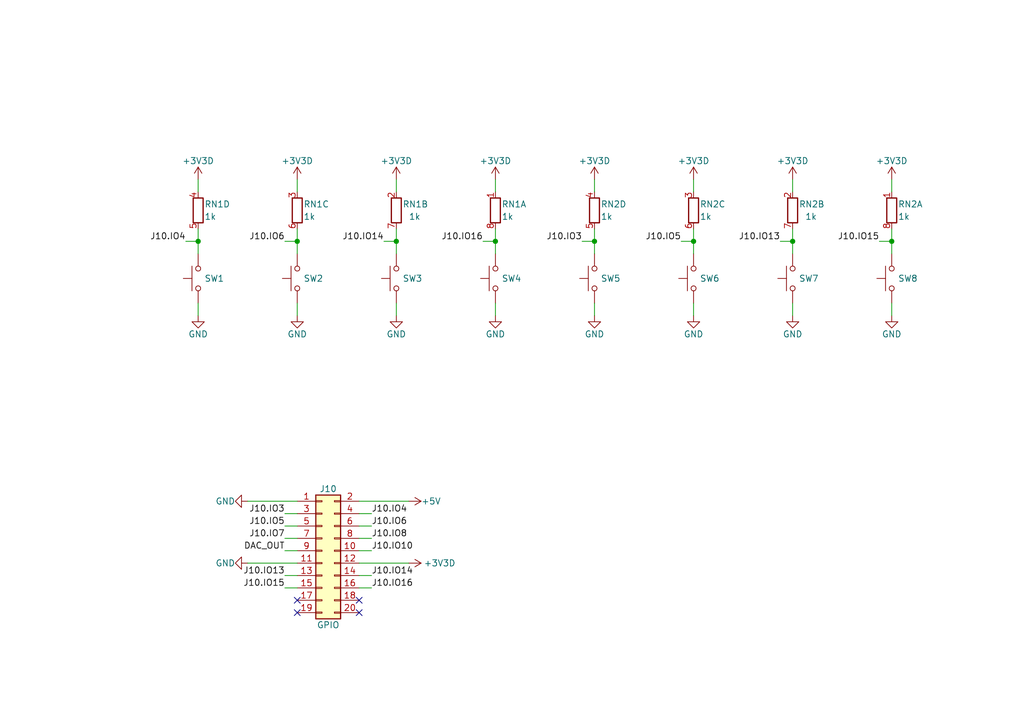
<source format=kicad_sch>
(kicad_sch (version 20231120) (generator "eeschema") (generator_version "8.0")
  (paper "A5")
  (title_block (title "Button Board") (date "2024-05-15") (rev "x") (comment 2 "CERN-OHL-W-2.0") (comment 3 "xxxxxxxx") (comment 4 "Filip Piórski"))
  (lib_symbols
    (symbol "Connector_Generic:Conn_02x10_Odd_Even" (pin_names (offset 1.016) hide)
      (property "Reference" "J" (at 1.27 12.7 0))
      (property "Value" "Conn_02x10_Odd_Even" (at 1.27 -15.24 0))
      (symbol "Conn_02x10_Odd_Even_1_1"
        (rectangle (start -1.27 -12.573) (end 0 -12.827) (stroke (width 0.1524)))
        (rectangle (start -1.27 -10.033) (end 0 -10.287) (stroke (width 0.1524)))
        (rectangle (start -1.27 -7.493) (end 0 -7.747) (stroke (width 0.1524)))
        (rectangle (start -1.27 -4.953) (end 0 -5.207) (stroke (width 0.1524)))
        (rectangle (start -1.27 -2.413) (end 0 -2.667) (stroke (width 0.1524)))
        (rectangle (start -1.27 0.127) (end 0 -0.127) (stroke (width 0.1524)))
        (rectangle (start -1.27 2.667) (end 0 2.413) (stroke (width 0.1524)))
        (rectangle (start -1.27 5.207) (end 0 4.953) (stroke (width 0.1524)))
        (rectangle (start -1.27 7.747) (end 0 7.493) (stroke (width 0.1524)))
        (rectangle (start -1.27 10.287) (end 0 10.033) (stroke (width 0.1524)))
        (rectangle (start -1.27 11.43) (end 3.81 -13.97) (stroke (width 0.254)) (fill (type background)))
        (rectangle (start 3.81 -12.573) (end 2.54 -12.827) (stroke (width 0.1524)))
        (rectangle (start 3.81 -10.033) (end 2.54 -10.287) (stroke (width 0.1524)))
        (rectangle (start 3.81 -7.493) (end 2.54 -7.747) (stroke (width 0.1524)))
        (rectangle (start 3.81 -4.953) (end 2.54 -5.207) (stroke (width 0.1524)))
        (rectangle (start 3.81 -2.413) (end 2.54 -2.667) (stroke (width 0.1524)))
        (rectangle (start 3.81 0.127) (end 2.54 -0.127) (stroke (width 0.1524)))
        (rectangle (start 3.81 2.667) (end 2.54 2.413) (stroke (width 0.1524)))
        (rectangle (start 3.81 5.207) (end 2.54 4.953) (stroke (width 0.1524)))
        (rectangle (start 3.81 7.747) (end 2.54 7.493) (stroke (width 0.1524)))
        (rectangle (start 3.81 10.287) (end 2.54 10.033) (stroke (width 0.1524)))
        (pin passive line (at -5.08 10.16 0) (length 3.81) (name "Pin_1") (number "1"))
        (pin passive line (at 7.62 0 180) (length 3.81) (name "Pin_10") (number "10"))
        (pin passive line (at -5.08 -2.54 0) (length 3.81) (name "Pin_11") (number "11"))
        (pin passive line (at 7.62 -2.54 180) (length 3.81) (name "Pin_12") (number "12"))
        (pin passive line (at -5.08 -5.08 0) (length 3.81) (name "Pin_13") (number "13"))
        (pin passive line (at 7.62 -5.08 180) (length 3.81) (name "Pin_14") (number "14"))
        (pin passive line (at -5.08 -7.62 0) (length 3.81) (name "Pin_15") (number "15"))
        (pin passive line (at 7.62 -7.62 180) (length 3.81) (name "Pin_16") (number "16"))
        (pin passive line (at -5.08 -10.16 0) (length 3.81) (name "Pin_17") (number "17"))
        (pin passive line (at 7.62 -10.16 180) (length 3.81) (name "Pin_18") (number "18"))
        (pin passive line (at -5.08 -12.7 0) (length 3.81) (name "Pin_19") (number "19"))
        (pin passive line (at 7.62 10.16 180) (length 3.81) (name "Pin_2") (number "2"))
        (pin passive line (at 7.62 -12.7 180) (length 3.81) (name "Pin_20") (number "20"))
        (pin passive line (at -5.08 7.62 0) (length 3.81) (name "Pin_3") (number "3"))
        (pin passive line (at 7.62 7.62 180) (length 3.81) (name "Pin_4") (number "4"))
        (pin passive line (at -5.08 5.08 0) (length 3.81) (name "Pin_5") (number "5"))
        (pin passive line (at 7.62 5.08 180) (length 3.81) (name "Pin_6") (number "6"))
        (pin passive line (at -5.08 2.54 0) (length 3.81) (name "Pin_7") (number "7"))
        (pin passive line (at 7.62 2.54 180) (length 3.81) (name "Pin_8") (number "8"))
        (pin passive line (at -5.08 0 0) (length 3.81) (name "Pin_9") (number "9"))
      )
    )
    (symbol "FR-Device:R_Network04_SMD" (pin_names (offset 0) hide)
      (property "Reference" "RN" (at 2.032 0 90))
      (property "Value" "R_Network04_SMD" (at 0 0 90))
      (symbol "R_Network04_SMD_0_1"
        (rectangle (start 1.016 2.54) (end -1.016 -2.54) (stroke (width 0.254)))
      )
      (symbol "R_Network04_SMD_1_1"
        (pin passive line (at 0 3.81 270) (length 1.27) (name "R1.1") (number "1"))
        (pin passive line (at 0 -3.81 90) (length 1.27) (name "R1.2") (number "8"))
      )
      (symbol "R_Network04_SMD_2_1"
        (pin passive line (at 0 3.81 270) (length 1.27) (name "R2.1") (number "2"))
        (pin passive line (at 0 -3.81 90) (length 1.27) (name "R2.2") (number "7"))
      )
      (symbol "R_Network04_SMD_3_1"
        (pin passive line (at 0 3.81 270) (length 1.27) (name "R3.1") (number "3"))
        (pin passive line (at 0 -3.81 90) (length 1.27) (name "R3.2") (number "6"))
      )
      (symbol "R_Network04_SMD_4_1"
        (pin passive line (at 0 3.81 270) (length 1.27) (name "R4.1") (number "4"))
        (pin passive line (at 0 -3.81 90) (length 1.27) (name "R4.2") (number "5"))
      )
    )
    (symbol "Switch:SW_Push" (pin_numbers hide) (pin_names (offset 1.016) hide)
      (property "Reference" "SW" (at 1.27 2.54 0))
      (property "Value" "SW_Push" (at 0 -1.524 0))
      (symbol "SW_Push_0_1"
        (circle (center -2.032 0) (radius 0.508))
        (polyline (pts (xy 0 1.27) (xy 0 3.048)))
        (polyline (pts (xy 2.54 1.27) (xy -2.54 1.27)))
        (circle (center 2.032 0) (radius 0.508))
        (pin passive line (at -5.08 0 0) (length 2.54) (name "1") (number "1"))
        (pin passive line (at 5.08 0 180) (length 2.54) (name "2") (number "2"))
      )
    )
    (symbol "power:+3V3" (power) (pin_names (offset 0))
      (property "Value" "+3V3" (at 0 3.556 0))
      (symbol "+3V3_0_1"
        (polyline (pts (xy -0.762 1.27) (xy 0 2.54)))
        (polyline (pts (xy 0 0) (xy 0 2.54)))
        (polyline (pts (xy 0 2.54) (xy 0.762 1.27)))
      )
      (symbol "+3V3_1_1"
        (pin power_in line (at 0 0 90) (length 0) hide (name "+3V3") (number "1"))
      )
    )
    (symbol "power:+5V" (power) (pin_names (offset 0))
      (property "Value" "+5V" (at 0 3.556 0))
      (symbol "+5V_0_1"
        (polyline (pts (xy -0.762 1.27) (xy 0 2.54)))
        (polyline (pts (xy 0 0) (xy 0 2.54)))
        (polyline (pts (xy 0 2.54) (xy 0.762 1.27)))
      )
      (symbol "+5V_1_1"
        (pin power_in line (at 0 0 90) (length 0) hide (name "+5V") (number "1"))
      )
    )
    (symbol "power:GND" (power) (pin_names (offset 0))
      (property "Value" "GND" (at 0 -3.81 0))
      (symbol "GND_0_1"
        (polyline (pts (xy 0 0) (xy 0 -1.27) (xy 1.27 -1.27) (xy 0 -2.54) (xy -1.27 -1.27) (xy 0 -1.27)))
      )
      (symbol "GND_1_1"
        (pin power_in line (at 0 0 270) (length 0) hide (name "GND") (number "1"))
      )
    )
  )
  (junction (at 121.92 49.53))
  (junction (at 81.28 49.53))
  (junction (at 101.6 49.53))
  (junction (at 60.96 49.53))
  (junction (at 182.88 49.53))
  (junction (at 162.56 49.53))
  (junction (at 40.64 49.53))
  (junction (at 142.24 49.53))
  (no_connect (at 73.66 123.19))
  (no_connect (at 60.96 125.73))
  (no_connect (at 60.96 123.19))
  (no_connect (at 73.66 125.73))
  (wire (pts (xy 160.02 49.53) (xy 162.56 49.53)))
  (wire (pts (xy 58.42 107.95) (xy 60.96 107.95)))
  (wire (pts (xy 180.34 49.53) (xy 182.88 49.53)))
  (wire (pts (xy 121.92 36.83) (xy 121.92 39.37)))
  (wire (pts (xy 142.24 62.23) (xy 142.24 64.77)))
  (wire (pts (xy 58.42 110.49) (xy 60.96 110.49)))
  (wire (pts (xy 101.6 62.23) (xy 101.6 64.77)))
  (wire (pts (xy 119.38 49.53) (xy 121.92 49.53)))
  (wire (pts (xy 81.28 36.83) (xy 81.28 39.37)))
  (wire (pts (xy 81.28 62.23) (xy 81.28 64.77)))
  (wire (pts (xy 58.42 118.11) (xy 60.96 118.11)))
  (wire (pts (xy 101.6 46.99) (xy 101.6 49.53)))
  (wire (pts (xy 81.28 49.53) (xy 81.28 52.07)))
  (wire (pts (xy 50.8 115.57) (xy 60.96 115.57)))
  (wire (pts (xy 58.42 113.03) (xy 60.96 113.03)))
  (wire (pts (xy 50.8 102.87) (xy 60.96 102.87)))
  (wire (pts (xy 40.64 49.53) (xy 40.64 52.07)))
  (wire (pts (xy 182.88 49.53) (xy 182.88 52.07)))
  (wire (pts (xy 99.06 49.53) (xy 101.6 49.53)))
  (wire (pts (xy 58.42 105.41) (xy 60.96 105.41)))
  (wire (pts (xy 38.1 49.53) (xy 40.64 49.53)))
  (wire (pts (xy 76.2 120.65) (xy 73.66 120.65)))
  (wire (pts (xy 76.2 107.95) (xy 73.66 107.95)))
  (wire (pts (xy 76.2 105.41) (xy 73.66 105.41)))
  (wire (pts (xy 40.64 62.23) (xy 40.64 64.77)))
  (wire (pts (xy 60.96 36.83) (xy 60.96 39.37)))
  (wire (pts (xy 76.2 113.03) (xy 73.66 113.03)))
  (wire (pts (xy 182.88 46.99) (xy 182.88 49.53)))
  (wire (pts (xy 182.88 62.23) (xy 182.88 64.77)))
  (wire (pts (xy 121.92 46.99) (xy 121.92 49.53)))
  (wire (pts (xy 121.92 62.23) (xy 121.92 64.77)))
  (wire (pts (xy 142.24 36.83) (xy 142.24 39.37)))
  (wire (pts (xy 182.88 36.83) (xy 182.88 39.37)))
  (wire (pts (xy 40.64 46.99) (xy 40.64 49.53)))
  (wire (pts (xy 78.74 49.53) (xy 81.28 49.53)))
  (wire (pts (xy 76.2 110.49) (xy 73.66 110.49)))
  (wire (pts (xy 162.56 49.53) (xy 162.56 52.07)))
  (wire (pts (xy 60.96 49.53) (xy 60.96 52.07)))
  (wire (pts (xy 83.82 102.87) (xy 73.66 102.87)))
  (wire (pts (xy 58.42 120.65) (xy 60.96 120.65)))
  (wire (pts (xy 40.64 36.83) (xy 40.64 39.37)))
  (wire (pts (xy 142.24 46.99) (xy 142.24 49.53)))
  (wire (pts (xy 101.6 49.53) (xy 101.6 52.07)))
  (wire (pts (xy 162.56 62.23) (xy 162.56 64.77)))
  (wire (pts (xy 162.56 36.83) (xy 162.56 39.37)))
  (wire (pts (xy 81.28 46.99) (xy 81.28 49.53)))
  (wire (pts (xy 162.56 46.99) (xy 162.56 49.53)))
  (wire (pts (xy 121.92 49.53) (xy 121.92 52.07)))
  (wire (pts (xy 142.24 49.53) (xy 142.24 52.07)))
  (wire (pts (xy 76.2 118.11) (xy 73.66 118.11)))
  (wire (pts (xy 139.7 49.53) (xy 142.24 49.53)))
  (wire (pts (xy 58.42 49.53) (xy 60.96 49.53)))
  (wire (pts (xy 83.82 115.57) (xy 73.66 115.57)))
  (wire (pts (xy 60.96 46.99) (xy 60.96 49.53)))
  (wire (pts (xy 101.6 36.83) (xy 101.6 39.37)))
  (wire (pts (xy 60.96 62.23) (xy 60.96 64.77)))
  (label "J10.IO15" (at 58.42 120.65 180))
  (label "J10.IO16" (at 99.06 49.53 180))
  (label "J10.IO5" (at 139.7 49.53 180))
  (label "J10.IO13" (at 160.02 49.53 180))
  (label "J10.IO10" (at 76.2 113.03 0))
  (label "J10.IO14" (at 78.74 49.53 180))
  (label "J10.IO3" (at 58.42 105.41 180))
  (label "J10.IO4" (at 38.1 49.53 180))
  (label "J10.IO6" (at 76.2 107.95 0))
  (label "DAC_OUT" (at 58.42 113.03 180))
  (label "J10.IO16" (at 76.2 120.65 0))
  (label "J10.IO6" (at 58.42 49.53 180))
  (label "J10.IO7" (at 58.42 110.49 180))
  (label "J10.IO13" (at 58.42 118.11 180))
  (label "J10.IO3" (at 119.38 49.53 180))
  (label "J10.IO4" (at 76.2 105.41 0))
  (label "J10.IO14" (at 76.2 118.11 0))
  (label "J10.IO15" (at 180.34 49.53 180))
  (label "J10.IO5" (at 58.42 107.95 180))
  (label "J10.IO8" (at 76.2 110.49 0))
  (symbol (lib_id "FR-Device:R_Network04_SMD") (at 81.28 43.18 0) (unit 2)
    (property "Reference" "RN1" (at 82.55 41.91 0) (effects (justify left)))
    (property "Value" "1k" (at 83.82 44.45 0) (effects (justify left)))
    (property "Footprint" "Resistor_SMD:R_Array_Convex_4x0603" (effects (hide yes)))
    (property "Datasheet" "https://www.lcsc.com/datasheet/lcsc_datasheet_2304140030_FH--Guangdong-Fenghua-Advanced-Tech-RC-ML08W102JT_C160614.pdf" (effects (hide yes)))
    (property "Description" "0603x4 Resistor Network" (effects (hide yes)))
    (property "LCSC" "C160614" (effects (hide yes)))
  )
  (symbol (lib_id "power:GND") (at 101.6 64.77 0) (unit 1)
    (property "Reference" "#PWR012" (effects (hide yes)))
    (property "Value" "GND" (at 101.6 68.58 0))
    (property "Description" "Power symbol creates a global label with name \"GND\" , ground" (effects (hide yes)))
  )
  (symbol (lib_id "Switch:SW_Push") (at 182.88 57.15 90) (unit 1)
    (property "Reference" "SW8" (at 184.15 57.1499 90) (effects (justify right)))
    (property "Footprint" "Button_Switch_SMD:SW_Push_1P1T_NO_6x6mm_H9.5mm" (effects (hide yes)))
    (property "Description" "Push button switch, generic, two pins" (effects (hide yes)))
    (property "LCSC" "C294566" (effects (hide yes)))
  )
  (symbol (lib_id "FR-Device:R_Network04_SMD") (at 182.88 43.18 0) (unit 1)
    (property "Reference" "RN2" (at 184.15 41.91 0) (effects (justify left)))
    (property "Value" "1k" (at 184.15 44.45 0) (effects (justify left)))
    (property "Footprint" "Resistor_SMD:R_Array_Convex_4x0603" (effects (hide yes)))
    (property "Datasheet" "https://www.lcsc.com/datasheet/lcsc_datasheet_2304140030_FH--Guangdong-Fenghua-Advanced-Tech-RC-ML08W102JT_C160614.pdf" (effects (hide yes)))
    (property "Description" "0603x4 Resistor Network" (effects (hide yes)))
    (property "LCSC" "C160614" (effects (hide yes)))
  )
  (symbol (lib_id "Switch:SW_Push") (at 162.56 57.15 90) (unit 1)
    (property "Reference" "SW7" (at 163.83 57.1499 90) (effects (justify right)))
    (property "Footprint" "Button_Switch_SMD:SW_Push_1P1T_NO_6x6mm_H9.5mm" (effects (hide yes)))
    (property "Description" "Push button switch, generic, two pins" (effects (hide yes)))
    (property "LCSC" "C294566" (effects (hide yes)))
  )
  (symbol (lib_id "power:GND") (at 162.56 64.77 0) (unit 1)
    (property "Reference" "#PWR018" (effects (hide yes)))
    (property "Value" "GND" (at 162.56 68.58 0))
    (property "Description" "Power symbol creates a global label with name \"GND\" , ground" (effects (hide yes)))
  )
  (symbol (lib_id "Switch:SW_Push") (at 101.6 57.15 90) (unit 1)
    (property "Reference" "SW4" (at 102.87 57.1499 90) (effects (justify right)))
    (property "Footprint" "Button_Switch_SMD:SW_Push_1P1T_NO_6x6mm_H9.5mm" (effects (hide yes)))
    (property "Description" "Push button switch, generic, two pins" (effects (hide yes)))
    (property "LCSC" "C294566" (effects (hide yes)))
  )
  (symbol (lib_id "FR-Device:R_Network04_SMD") (at 142.24 43.18 0) (unit 3)
    (property "Reference" "RN2" (at 143.51 41.91 0) (effects (justify left)))
    (property "Value" "1k" (at 143.51 44.45 0) (effects (justify left)))
    (property "Footprint" "Resistor_SMD:R_Array_Convex_4x0603" (effects (hide yes)))
    (property "Datasheet" "https://www.lcsc.com/datasheet/lcsc_datasheet_2304140030_FH--Guangdong-Fenghua-Advanced-Tech-RC-ML08W102JT_C160614.pdf" (effects (hide yes)))
    (property "Description" "0603x4 Resistor Network" (effects (hide yes)))
    (property "LCSC" "C160614" (effects (hide yes)))
  )
  (symbol (lib_id "power:+5V") (at 83.82 102.87 270) (unit 1)
    (property "Reference" "#PWR03" (effects (hide yes)))
    (property "Value" "+5V" (at 86.36 102.87 90) (effects (justify left)))
    (property "Description" "Power symbol creates a global label with name \"+5V\"" (effects (hide yes)))
  )
  (symbol (lib_id "FR-Device:R_Network04_SMD") (at 101.6 43.18 0) (unit 1)
    (property "Reference" "RN1" (at 102.87 41.91 0) (effects (justify left)))
    (property "Value" "1k" (at 102.87 44.45 0) (effects (justify left)))
    (property "Footprint" "Resistor_SMD:R_Array_Convex_4x0603" (effects (hide yes)))
    (property "Datasheet" "https://www.lcsc.com/datasheet/lcsc_datasheet_2304140030_FH--Guangdong-Fenghua-Advanced-Tech-RC-ML08W102JT_C160614.pdf" (effects (hide yes)))
    (property "Description" "0603x4 Resistor Network" (effects (hide yes)))
    (property "LCSC" "C160614" (effects (hide yes)))
  )
  (symbol (lib_id "power:+3V3") (at 121.92 36.83 0) (unit 1)
    (property "Reference" "#PWR013" (effects (hide yes)))
    (property "Value" "+3V3D" (at 121.92 33.02 0))
    (property "Description" "Power symbol creates a global label with name \"+3V3\"" (effects (hide yes)))
  )
  (symbol (lib_id "FR-Device:R_Network04_SMD") (at 162.56 43.18 0) (unit 2)
    (property "Reference" "RN2" (at 163.83 41.91 0) (effects (justify left)))
    (property "Value" "1k" (at 165.1 44.45 0) (effects (justify left)))
    (property "Footprint" "Resistor_SMD:R_Array_Convex_4x0603" (effects (hide yes)))
    (property "Datasheet" "https://www.lcsc.com/datasheet/lcsc_datasheet_2304140030_FH--Guangdong-Fenghua-Advanced-Tech-RC-ML08W102JT_C160614.pdf" (effects (hide yes)))
    (property "Description" "0603x4 Resistor Network" (effects (hide yes)))
    (property "LCSC" "C160614" (effects (hide yes)))
  )
  (symbol (lib_id "power:GND") (at 121.92 64.77 0) (unit 1)
    (property "Reference" "#PWR014" (effects (hide yes)))
    (property "Value" "GND" (at 121.92 68.58 0))
    (property "Description" "Power symbol creates a global label with name \"GND\" , ground" (effects (hide yes)))
  )
  (symbol (lib_id "FR-Device:R_Network04_SMD") (at 40.64 43.18 0) (unit 4)
    (property "Reference" "RN1" (at 41.91 41.91 0) (effects (justify left)))
    (property "Value" "1k" (at 41.91 44.45 0) (effects (justify left)))
    (property "Footprint" "Resistor_SMD:R_Array_Convex_4x0603" (effects (hide yes)))
    (property "Datasheet" "https://www.lcsc.com/datasheet/lcsc_datasheet_2304140030_FH--Guangdong-Fenghua-Advanced-Tech-RC-ML08W102JT_C160614.pdf" (effects (hide yes)))
    (property "Description" "0603x4 Resistor Network" (effects (hide yes)))
    (property "LCSC" "C160614" (effects (hide yes)))
  )
  (symbol (lib_id "Switch:SW_Push") (at 142.24 57.15 90) (unit 1)
    (property "Reference" "SW6" (at 143.51 57.1499 90) (effects (justify right)))
    (property "Footprint" "Button_Switch_SMD:SW_Push_1P1T_NO_6x6mm_H9.5mm" (effects (hide yes)))
    (property "Description" "Push button switch, generic, two pins" (effects (hide yes)))
    (property "LCSC" "C294566" (effects (hide yes)))
  )
  (symbol (lib_id "power:GND") (at 182.88 64.77 0) (unit 1)
    (property "Reference" "#PWR020" (effects (hide yes)))
    (property "Value" "GND" (at 182.88 68.58 0))
    (property "Description" "Power symbol creates a global label with name \"GND\" , ground" (effects (hide yes)))
  )
  (symbol (lib_id "power:GND") (at 50.8 102.87 270) (unit 1)
    (property "Reference" "#PWR01" (effects (hide yes)))
    (property "Value" "GND" (at 48.26 102.87 90) (effects (justify right)))
    (property "Description" "Power symbol creates a global label with name \"GND\" , ground" (effects (hide yes)))
  )
  (symbol (lib_id "power:+3V3") (at 142.24 36.83 0) (unit 1)
    (property "Reference" "#PWR015" (effects (hide yes)))
    (property "Value" "+3V3D" (at 142.24 33.02 0))
    (property "Description" "Power symbol creates a global label with name \"+3V3\"" (effects (hide yes)))
  )
  (symbol (lib_id "power:GND") (at 50.8 115.57 270) (unit 1)
    (property "Reference" "#PWR02" (effects (hide yes)))
    (property "Value" "GND" (at 48.26 115.57 90) (effects (justify right)))
    (property "Description" "Power symbol creates a global label with name \"GND\" , ground" (effects (hide yes)))
  )
  (symbol (lib_id "Switch:SW_Push") (at 60.96 57.15 90) (unit 1)
    (property "Reference" "SW2" (at 62.23 57.1499 90) (effects (justify right)))
    (property "Footprint" "Button_Switch_SMD:SW_Push_1P1T_NO_6x6mm_H9.5mm" (effects (hide yes)))
    (property "Description" "Push button switch, generic, two pins" (effects (hide yes)))
    (property "LCSC" "C294566" (effects (hide yes)))
  )
  (symbol (lib_id "Connector_Generic:Conn_02x10_Odd_Even") (at 66.04 113.03 0) (unit 1)
    (property "Reference" "J10" (at 67.31 100.33 0))
    (property "Value" "GPIO" (at 67.31 128.27 0))
    (property "Footprint" "Connector_PinSocket_2.54mm:PinSocket_2x10_P2.54mm_Vertical" (effects (hide yes)))
    (property "Description" "Generic connector, double row, 02x10, odd/even pin numbering scheme (row 1 odd numbers, row 2 even numbers), script generated (kicad-library-utils/schlib/autogen/connector/)" (effects (hide yes)))
    (property "LCSC" "C2897411" (effects (hide yes)))
  )
  (symbol (lib_id "power:+3V3") (at 81.28 36.83 0) (unit 1)
    (property "Reference" "#PWR08" (effects (hide yes)))
    (property "Value" "+3V3D" (at 81.28 33.02 0))
    (property "Description" "Power symbol creates a global label with name \"+3V3\"" (effects (hide yes)))
  )
  (symbol (lib_id "Switch:SW_Push") (at 40.64 57.15 90) (unit 1)
    (property "Reference" "SW1" (at 41.91 57.1499 90) (effects (justify right)))
    (property "Footprint" "Button_Switch_SMD:SW_Push_1P1T_NO_6x6mm_H9.5mm" (effects (hide yes)))
    (property "Description" "Push button switch, generic, two pins" (effects (hide yes)))
    (property "LCSC" "C294566" (effects (hide yes)))
  )
  (symbol (lib_id "power:+3V3") (at 60.96 36.83 0) (unit 1)
    (property "Reference" "#PWR07" (effects (hide yes)))
    (property "Value" "+3V3D" (at 60.96 33.02 0))
    (property "Description" "Power symbol creates a global label with name \"+3V3\"" (effects (hide yes)))
  )
  (symbol (lib_id "power:GND") (at 40.64 64.77 0) (unit 1)
    (property "Reference" "#PWR05" (effects (hide yes)))
    (property "Value" "GND" (at 40.64 68.58 0))
    (property "Description" "Power symbol creates a global label with name \"GND\" , ground" (effects (hide yes)))
  )
  (symbol (lib_id "power:GND") (at 142.24 64.77 0) (unit 1)
    (property "Reference" "#PWR016" (effects (hide yes)))
    (property "Value" "GND" (at 142.24 68.58 0))
    (property "Description" "Power symbol creates a global label with name \"GND\" , ground" (effects (hide yes)))
  )
  (symbol (lib_id "power:+3V3") (at 162.56 36.83 0) (unit 1)
    (property "Reference" "#PWR017" (effects (hide yes)))
    (property "Value" "+3V3D" (at 162.56 33.02 0))
    (property "Description" "Power symbol creates a global label with name \"+3V3\"" (effects (hide yes)))
  )
  (symbol (lib_id "FR-Device:R_Network04_SMD") (at 60.96 43.18 0) (unit 3)
    (property "Reference" "RN1" (at 62.23 41.91 0) (effects (justify left)))
    (property "Value" "1k" (at 62.23 44.45 0) (effects (justify left)))
    (property "Footprint" "Resistor_SMD:R_Array_Convex_4x0603" (effects (hide yes)))
    (property "Datasheet" "https://www.lcsc.com/datasheet/lcsc_datasheet_2304140030_FH--Guangdong-Fenghua-Advanced-Tech-RC-ML08W102JT_C160614.pdf" (effects (hide yes)))
    (property "Description" "0603x4 Resistor Network" (effects (hide yes)))
    (property "LCSC" "C160614" (effects (hide yes)))
  )
  (symbol (lib_id "FR-Device:R_Network04_SMD") (at 121.92 43.18 0) (unit 4)
    (property "Reference" "RN2" (at 123.19 41.91 0) (effects (justify left)))
    (property "Value" "1k" (at 123.19 44.45 0) (effects (justify left)))
    (property "Footprint" "Resistor_SMD:R_Array_Convex_4x0603" (effects (hide yes)))
    (property "Datasheet" "https://www.lcsc.com/datasheet/lcsc_datasheet_2304140030_FH--Guangdong-Fenghua-Advanced-Tech-RC-ML08W102JT_C160614.pdf" (effects (hide yes)))
    (property "Description" "0603x4 Resistor Network" (effects (hide yes)))
    (property "LCSC" "C160614" (effects (hide yes)))
  )
  (symbol (lib_id "power:GND") (at 60.96 64.77 0) (unit 1)
    (property "Reference" "#PWR010" (effects (hide yes)))
    (property "Value" "GND" (at 60.96 68.58 0))
    (property "Description" "Power symbol creates a global label with name \"GND\" , ground" (effects (hide yes)))
  )
  (symbol (lib_id "power:+3V3") (at 40.64 36.83 0) (unit 1)
    (property "Reference" "#PWR06" (effects (hide yes)))
    (property "Value" "+3V3D" (at 40.64 33.02 0))
    (property "Description" "Power symbol creates a global label with name \"+3V3\"" (effects (hide yes)))
  )
  (symbol (lib_id "Switch:SW_Push") (at 121.92 57.15 90) (unit 1)
    (property "Reference" "SW5" (at 123.19 57.1499 90) (effects (justify right)))
    (property "Footprint" "Button_Switch_SMD:SW_Push_1P1T_NO_6x6mm_H9.5mm" (effects (hide yes)))
    (property "Description" "Push button switch, generic, two pins" (effects (hide yes)))
    (property "LCSC" "C294566" (effects (hide yes)))
  )
  (symbol (lib_id "power:GND") (at 81.28 64.77 0) (unit 1)
    (property "Reference" "#PWR011" (effects (hide yes)))
    (property "Value" "GND" (at 81.28 68.58 0))
    (property "Description" "Power symbol creates a global label with name \"GND\" , ground" (effects (hide yes)))
  )
  (symbol (lib_id "power:+3V3") (at 182.88 36.83 0) (unit 1)
    (property "Reference" "#PWR019" (effects (hide yes)))
    (property "Value" "+3V3D" (at 182.88 33.02 0))
    (property "Description" "Power symbol creates a global label with name \"+3V3\"" (effects (hide yes)))
  )
  (symbol (lib_id "power:+3V3") (at 83.82 115.57 270) (unit 1)
    (property "Reference" "#PWR04" (effects (hide yes)))
    (property "Value" "+3V3D" (at 90.17 115.57 90))
    (property "Description" "Power symbol creates a global label with name \"+3V3\"" (effects (hide yes)))
  )
  (symbol (lib_id "Switch:SW_Push") (at 81.28 57.15 90) (unit 1)
    (property "Reference" "SW3" (at 82.55 57.1499 90) (effects (justify right)))
    (property "Footprint" "Button_Switch_SMD:SW_Push_1P1T_NO_6x6mm_H9.5mm" (effects (hide yes)))
    (property "Description" "Push button switch, generic, two pins" (effects (hide yes)))
    (property "LCSC" "C294566" (effects (hide yes)))
  )
  (symbol (lib_id "power:+3V3") (at 101.6 36.83 0) (unit 1)
    (property "Reference" "#PWR09" (effects (hide yes)))
    (property "Value" "+3V3D" (at 101.6 33.02 0))
    (property "Description" "Power symbol creates a global label with name \"+3V3\"" (effects (hide yes)))
  )
)
</source>
